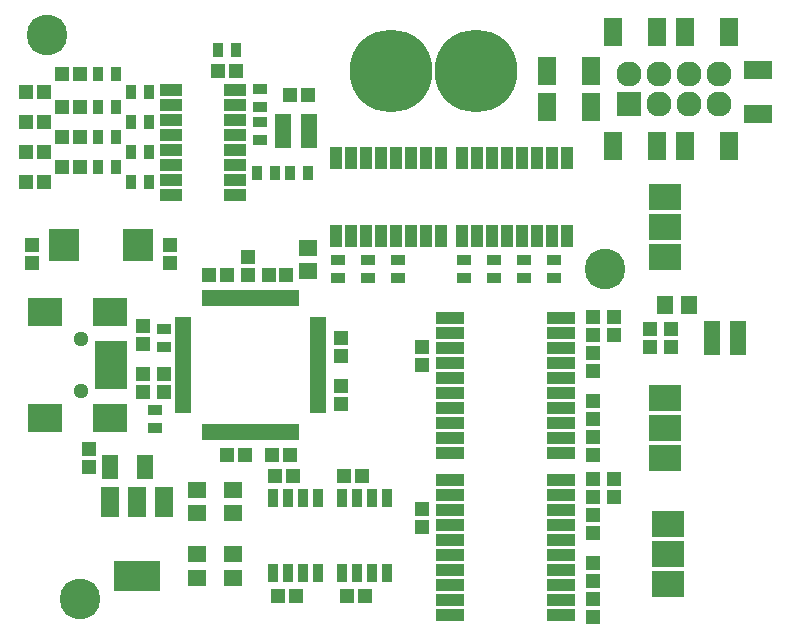
<source format=gts>
G04 #@! TF.FileFunction,Soldermask,Top*
%FSLAX46Y46*%
G04 Gerber Fmt 4.6, Leading zero omitted, Abs format (unit mm)*
G04 Created by KiCad (PCBNEW 4.0.6) date 06/24/17 11:55:09*
%MOMM*%
%LPD*%
G01*
G04 APERTURE LIST*
%ADD10C,0.100000*%
%ADD11C,3.448000*%
%ADD12R,1.200000X1.150000*%
%ADD13R,1.150000X1.200000*%
%ADD14R,1.197560X1.197560*%
%ADD15R,2.400000X1.650000*%
%ADD16R,1.650000X2.400000*%
%ADD17R,1.650000X1.400000*%
%ADD18R,1.400000X1.650000*%
%ADD19R,2.701240X0.900380*%
%ADD20R,2.899360X2.398980*%
%ADD21C,1.299160*%
%ADD22R,2.686000X2.178000*%
%ADD23R,2.127200X2.127200*%
%ADD24O,2.127200X2.127200*%
%ADD25C,7.004000*%
%ADD26R,0.900000X1.300000*%
%ADD27R,1.300000X0.900000*%
%ADD28R,1.900000X1.000000*%
%ADD29R,1.460000X1.050000*%
%ADD30R,0.908000X1.543000*%
%ADD31R,1.000000X1.900000*%
%ADD32R,2.350000X1.000000*%
%ADD33R,2.599640X2.800300*%
%ADD34R,1.400000X2.000000*%
%ADD35R,1.400000X0.650000*%
%ADD36R,0.650000X1.400000*%
%ADD37R,1.600000X2.600000*%
%ADD38R,3.900000X2.600000*%
G04 APERTURE END LIST*
D10*
D11*
X5842000Y-50546000D03*
X50292000Y-22606000D03*
D12*
X16788000Y-23114000D03*
X18288000Y-23114000D03*
D13*
X11176000Y-31508000D03*
X11176000Y-33008000D03*
X27940000Y-32524000D03*
X27940000Y-34024000D03*
D12*
X18300000Y-38354000D03*
X19800000Y-38354000D03*
D13*
X27940000Y-29960000D03*
X27940000Y-28460000D03*
X20066000Y-23102000D03*
X20066000Y-21602000D03*
X12954000Y-31496000D03*
X12954000Y-32996000D03*
X11176000Y-28956000D03*
X11176000Y-27456000D03*
X6604000Y-39358000D03*
X6604000Y-37858000D03*
X13462000Y-20574000D03*
X13462000Y-22074000D03*
D12*
X19038000Y-5842000D03*
X17538000Y-5842000D03*
X25134000Y-7874000D03*
X23634000Y-7874000D03*
D13*
X55880000Y-27698000D03*
X55880000Y-29198000D03*
X54102000Y-29198000D03*
X54102000Y-27698000D03*
D12*
X22364000Y-40132000D03*
X23864000Y-40132000D03*
X22618000Y-50292000D03*
X24118000Y-50292000D03*
X28206000Y-40132000D03*
X29706000Y-40132000D03*
X28460000Y-50292000D03*
X29960000Y-50292000D03*
D13*
X34798000Y-30722000D03*
X34798000Y-29222000D03*
X34798000Y-44438000D03*
X34798000Y-42938000D03*
X49276000Y-26694000D03*
X49276000Y-28194000D03*
X49276000Y-31218000D03*
X49276000Y-29718000D03*
X49276000Y-33806000D03*
X49276000Y-35306000D03*
X49276000Y-38330000D03*
X49276000Y-36830000D03*
X49276000Y-40410000D03*
X49276000Y-41910000D03*
X49276000Y-44934000D03*
X49276000Y-43434000D03*
X49276000Y-47510000D03*
X49276000Y-49010000D03*
X49276000Y-52046000D03*
X49276000Y-50546000D03*
X51054000Y-28194000D03*
X51054000Y-26694000D03*
X51054000Y-41910000D03*
X51054000Y-40410000D03*
D14*
X5829300Y-6096000D03*
X4330700Y-6096000D03*
X2781300Y-7620000D03*
X1282700Y-7620000D03*
X5829300Y-8890000D03*
X4330700Y-8890000D03*
X2781300Y-10160000D03*
X1282700Y-10160000D03*
X5829300Y-11430000D03*
X4330700Y-11430000D03*
X2781300Y-12700000D03*
X1282700Y-12700000D03*
X5829300Y-13970000D03*
X4330700Y-13970000D03*
X2781300Y-15240000D03*
X1282700Y-15240000D03*
D15*
X63246000Y-5745000D03*
X63246000Y-9495000D03*
D16*
X60803000Y-12192000D03*
X57053000Y-12192000D03*
X50957000Y-12192000D03*
X54707000Y-12192000D03*
X45369000Y-8890000D03*
X49119000Y-8890000D03*
X60803000Y-2540000D03*
X57053000Y-2540000D03*
X50957000Y-2540000D03*
X54707000Y-2540000D03*
X45369000Y-5842000D03*
X49119000Y-5842000D03*
D17*
X15748000Y-48752000D03*
X15748000Y-46752000D03*
X18796000Y-48736000D03*
X18796000Y-46736000D03*
D18*
X57388000Y-25654000D03*
X55388000Y-25654000D03*
D19*
X8529320Y-29133800D03*
X8529320Y-29933900D03*
X8529320Y-30734000D03*
X8529320Y-31534100D03*
X8529320Y-32334200D03*
D20*
X8430260Y-26283920D03*
X2931160Y-26283920D03*
X8430260Y-35184080D03*
X2931160Y-35184080D03*
D21*
X5930900Y-28534360D03*
X5930900Y-32933640D03*
D22*
X55372000Y-21590000D03*
X55372000Y-19050000D03*
X55372000Y-16510000D03*
D23*
X52324000Y-8636000D03*
D24*
X52324000Y-6096000D03*
X54864000Y-8636000D03*
X54864000Y-6096000D03*
X57404000Y-8636000D03*
X57404000Y-6096000D03*
X59944000Y-8636000D03*
X59944000Y-6096000D03*
D25*
X39395400Y-5842000D03*
X32232600Y-5842000D03*
D22*
X55372000Y-38608000D03*
X55372000Y-36068000D03*
X55372000Y-33528000D03*
X55626000Y-49276000D03*
X55626000Y-46736000D03*
X55626000Y-44196000D03*
D26*
X7378000Y-6096000D03*
X8878000Y-6096000D03*
X10172000Y-7620000D03*
X11672000Y-7620000D03*
X7378000Y-8890000D03*
X8878000Y-8890000D03*
X10172000Y-10160000D03*
X11672000Y-10160000D03*
X7378000Y-11430000D03*
X8878000Y-11430000D03*
X10172000Y-12700000D03*
X11672000Y-12700000D03*
X7378000Y-13970000D03*
X8878000Y-13970000D03*
X10172000Y-15240000D03*
X11672000Y-15240000D03*
X17538000Y-4064000D03*
X19038000Y-4064000D03*
D27*
X21082000Y-8878000D03*
X21082000Y-7378000D03*
D26*
X20840000Y-14478000D03*
X22340000Y-14478000D03*
X25134000Y-14478000D03*
X23634000Y-14478000D03*
D27*
X21082000Y-11684000D03*
X21082000Y-10184000D03*
X12954000Y-27698000D03*
X12954000Y-29198000D03*
X12192000Y-36044000D03*
X12192000Y-34544000D03*
X45974000Y-23356000D03*
X45974000Y-21856000D03*
X27686000Y-23344000D03*
X27686000Y-21844000D03*
X30226000Y-23344000D03*
X30226000Y-21844000D03*
X32766000Y-23344000D03*
X32766000Y-21844000D03*
X38354000Y-23356000D03*
X38354000Y-21856000D03*
X40894000Y-23356000D03*
X40894000Y-21856000D03*
X43434000Y-23356000D03*
X43434000Y-21856000D03*
D28*
X13556000Y-7493000D03*
X13556000Y-8763000D03*
X13556000Y-10033000D03*
X13556000Y-11303000D03*
X13556000Y-12573000D03*
X13556000Y-13843000D03*
X13556000Y-15113000D03*
X13556000Y-16383000D03*
X18956000Y-16383000D03*
X18956000Y-15113000D03*
X18956000Y-13843000D03*
X18956000Y-12573000D03*
X18956000Y-11303000D03*
X18956000Y-10033000D03*
X18956000Y-8763000D03*
X18956000Y-7493000D03*
D29*
X59352000Y-27498000D03*
X59352000Y-28448000D03*
X59352000Y-29398000D03*
X61552000Y-29398000D03*
X61552000Y-27498000D03*
X61552000Y-28448000D03*
D30*
X22225000Y-42037000D03*
X23495000Y-42037000D03*
X24765000Y-42037000D03*
X26035000Y-42037000D03*
X26035000Y-48387000D03*
X24765000Y-48387000D03*
X23495000Y-48387000D03*
X22225000Y-48387000D03*
X28067000Y-42037000D03*
X29337000Y-42037000D03*
X30607000Y-42037000D03*
X31877000Y-42037000D03*
X31877000Y-48387000D03*
X30607000Y-48387000D03*
X29337000Y-48387000D03*
X28067000Y-48387000D03*
D31*
X38227000Y-19810000D03*
X39497000Y-19810000D03*
X40767000Y-19810000D03*
X42037000Y-19810000D03*
X43307000Y-19810000D03*
X44577000Y-19810000D03*
X45847000Y-19810000D03*
X47117000Y-19810000D03*
X47117000Y-13210000D03*
X45847000Y-13210000D03*
X44577000Y-13210000D03*
X43307000Y-13210000D03*
X42037000Y-13210000D03*
X40767000Y-13210000D03*
X39497000Y-13210000D03*
X38227000Y-13210000D03*
X27559000Y-19810000D03*
X28829000Y-19810000D03*
X30099000Y-19810000D03*
X31369000Y-19810000D03*
X32639000Y-19810000D03*
X33909000Y-19810000D03*
X35179000Y-19810000D03*
X36449000Y-19810000D03*
X36449000Y-13210000D03*
X35179000Y-13210000D03*
X33909000Y-13210000D03*
X32639000Y-13210000D03*
X31369000Y-13210000D03*
X30099000Y-13210000D03*
X28829000Y-13210000D03*
X27559000Y-13210000D03*
D32*
X37210000Y-26797000D03*
X37210000Y-28067000D03*
X37210000Y-29337000D03*
X37210000Y-30607000D03*
X37210000Y-31877000D03*
X37210000Y-33147000D03*
X37210000Y-34417000D03*
X37210000Y-35687000D03*
X37210000Y-36957000D03*
X37210000Y-38227000D03*
X46610000Y-38227000D03*
X46610000Y-36957000D03*
X46610000Y-35687000D03*
X46610000Y-34417000D03*
X46610000Y-33147000D03*
X46610000Y-31877000D03*
X46610000Y-30607000D03*
X46610000Y-29337000D03*
X46610000Y-28067000D03*
X46610000Y-26797000D03*
X37210000Y-40513000D03*
X37210000Y-41783000D03*
X37210000Y-43053000D03*
X37210000Y-44323000D03*
X37210000Y-45593000D03*
X37210000Y-46863000D03*
X37210000Y-48133000D03*
X37210000Y-49403000D03*
X37210000Y-50673000D03*
X37210000Y-51943000D03*
X46610000Y-51943000D03*
X46610000Y-50673000D03*
X46610000Y-49403000D03*
X46610000Y-48133000D03*
X46610000Y-46863000D03*
X46610000Y-45593000D03*
X46610000Y-44323000D03*
X46610000Y-43053000D03*
X46610000Y-41783000D03*
X46610000Y-40513000D03*
D33*
X10769600Y-20574000D03*
X4470400Y-20574000D03*
D12*
X23610000Y-38354000D03*
X22110000Y-38354000D03*
D34*
X8406000Y-39370000D03*
X11406000Y-39370000D03*
D12*
X23344000Y-23114000D03*
X21844000Y-23114000D03*
D13*
X1778000Y-20586000D03*
X1778000Y-22086000D03*
D35*
X14620000Y-26984000D03*
X14620000Y-27484000D03*
X14620000Y-27984000D03*
X14620000Y-28484000D03*
X14620000Y-28984000D03*
X14620000Y-29484000D03*
X14620000Y-29984000D03*
X14620000Y-30484000D03*
X14620000Y-30984000D03*
X14620000Y-31484000D03*
X14620000Y-31984000D03*
X14620000Y-32484000D03*
X14620000Y-32984000D03*
X14620000Y-33484000D03*
X14620000Y-33984000D03*
X14620000Y-34484000D03*
D36*
X16570000Y-36434000D03*
X17070000Y-36434000D03*
X17570000Y-36434000D03*
X18070000Y-36434000D03*
X18570000Y-36434000D03*
X19070000Y-36434000D03*
X19570000Y-36434000D03*
X20070000Y-36434000D03*
X20570000Y-36434000D03*
X21070000Y-36434000D03*
X21570000Y-36434000D03*
X22070000Y-36434000D03*
X22570000Y-36434000D03*
X23070000Y-36434000D03*
X23570000Y-36434000D03*
X24070000Y-36434000D03*
D35*
X26020000Y-34484000D03*
X26020000Y-33984000D03*
X26020000Y-33484000D03*
X26020000Y-32984000D03*
X26020000Y-32484000D03*
X26020000Y-31984000D03*
X26020000Y-31484000D03*
X26020000Y-30984000D03*
X26020000Y-30484000D03*
X26020000Y-29984000D03*
X26020000Y-29484000D03*
X26020000Y-28984000D03*
X26020000Y-28484000D03*
X26020000Y-27984000D03*
X26020000Y-27484000D03*
X26020000Y-26984000D03*
D36*
X24070000Y-25034000D03*
X23570000Y-25034000D03*
X23070000Y-25034000D03*
X22570000Y-25034000D03*
X22070000Y-25034000D03*
X21570000Y-25034000D03*
X21070000Y-25034000D03*
X20570000Y-25034000D03*
X20070000Y-25034000D03*
X19570000Y-25034000D03*
X19070000Y-25034000D03*
X18570000Y-25034000D03*
X18070000Y-25034000D03*
X17570000Y-25034000D03*
X17070000Y-25034000D03*
X16570000Y-25034000D03*
D29*
X23030000Y-9972000D03*
X23030000Y-10922000D03*
X23030000Y-11872000D03*
X25230000Y-11872000D03*
X25230000Y-9972000D03*
X25230000Y-10922000D03*
D37*
X12968000Y-42366000D03*
X10668000Y-42366000D03*
X8368000Y-42366000D03*
D38*
X10668000Y-48566000D03*
D11*
X3048000Y-2794000D03*
D17*
X15748000Y-43291000D03*
X15748000Y-41291000D03*
X18796000Y-43291000D03*
X18796000Y-41291000D03*
X25146000Y-22820000D03*
X25146000Y-20820000D03*
M02*

</source>
